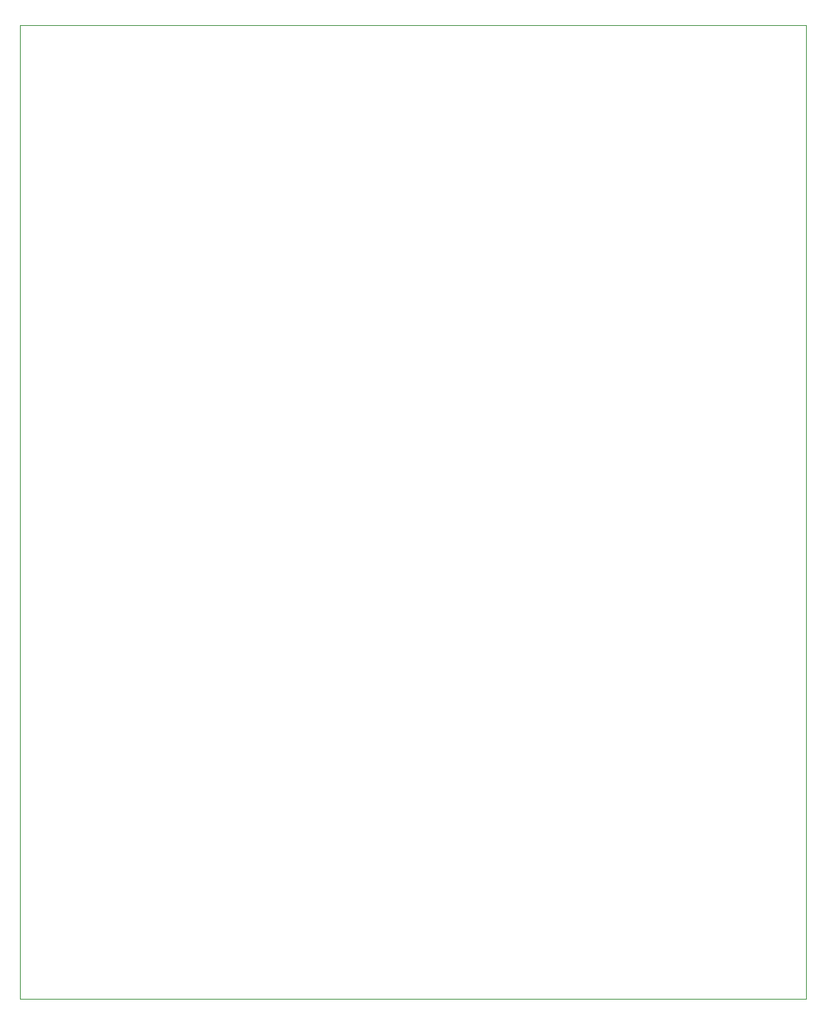
<source format=gm1>
G04 #@! TF.GenerationSoftware,KiCad,Pcbnew,7.0.2-6a45011f42~172~ubuntu22.04.1*
G04 #@! TF.CreationDate,2023-05-05T21:02:08-04:00*
G04 #@! TF.ProjectId,springReverbRev2_FrontPCB,73707269-6e67-4526-9576-657262526576,rev?*
G04 #@! TF.SameCoordinates,Original*
G04 #@! TF.FileFunction,Profile,NP*
%FSLAX46Y46*%
G04 Gerber Fmt 4.6, Leading zero omitted, Abs format (unit mm)*
G04 Created by KiCad (PCBNEW 7.0.2-6a45011f42~172~ubuntu22.04.1) date 2023-05-05 21:02:08*
%MOMM*%
%LPD*%
G01*
G04 APERTURE LIST*
G04 #@! TA.AperFunction,Profile*
%ADD10C,0.100000*%
G04 #@! TD*
G04 APERTURE END LIST*
D10*
X105000000Y-155750000D02*
X105000000Y-44250000D01*
X105000000Y-44250000D02*
X105000000Y-44250000D01*
X195000000Y-44250000D02*
X195000000Y-155750000D01*
X105000000Y-44250000D02*
X195000000Y-44250000D01*
X195000000Y-155750000D02*
X105000000Y-155750000D01*
M02*

</source>
